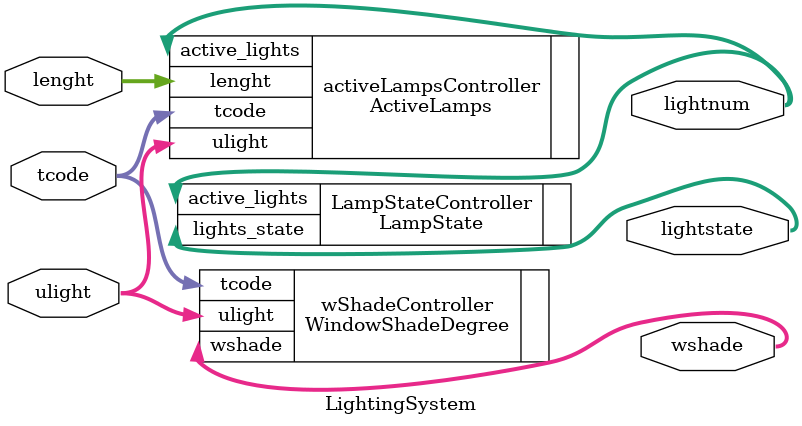
<source format=v>
/*--  *******************************************************
--  Computer Architecture Course, Laboratory Sources 
--  Amirkabir University of Technology (Tehran Polytechnic)
--  Department of Computer Engineering (CE-AUT)
--  https://ce[dot]aut[dot]ac[dot]ir
--  *******************************************************
--  All Rights reserved (C) 2019-2020
--  *******************************************************
--  Student ID  : 
--  Student Name: 
--  Student Mail: 
--  *******************************************************
--  Additional Comments:
--
--*/

/*-----------------------------------------------------------
---  Module Name: Lighting System
---  Description: Module4: 
-----------------------------------------------------------*/
`timescale 1 ns/1 ns 

module LightingSystem (
	input  [ 3:0] tcode      , // time code    [table2 time code   ]
	input  [ 3:0] ulight     , // user light   [light degree mode  ]
	input  [ 3:0] lenght     , // room length  [square room lenght ]
	output [ 3:0] wshade     , // shade level  [window shade level ]
	output [ 3:0] lightnum   , // number on    [number of active   ]
	output [15:0] lightstate   // lights state [lights state decode]
);

	/* write your code here */
	WindowShadeDegree wShadeController(.tcode(tcode), .ulight(ulight), .wshade(wshade));
	ActiveLamps activeLampsController(.tcode(tcode), .ulight(ulight), .lenght(lenght), .active_lights(lightnum));
	LampState LampStateController(.active_lights(lightnum), .lights_state(lightstate));
	/* write your code here */

endmodule

</source>
